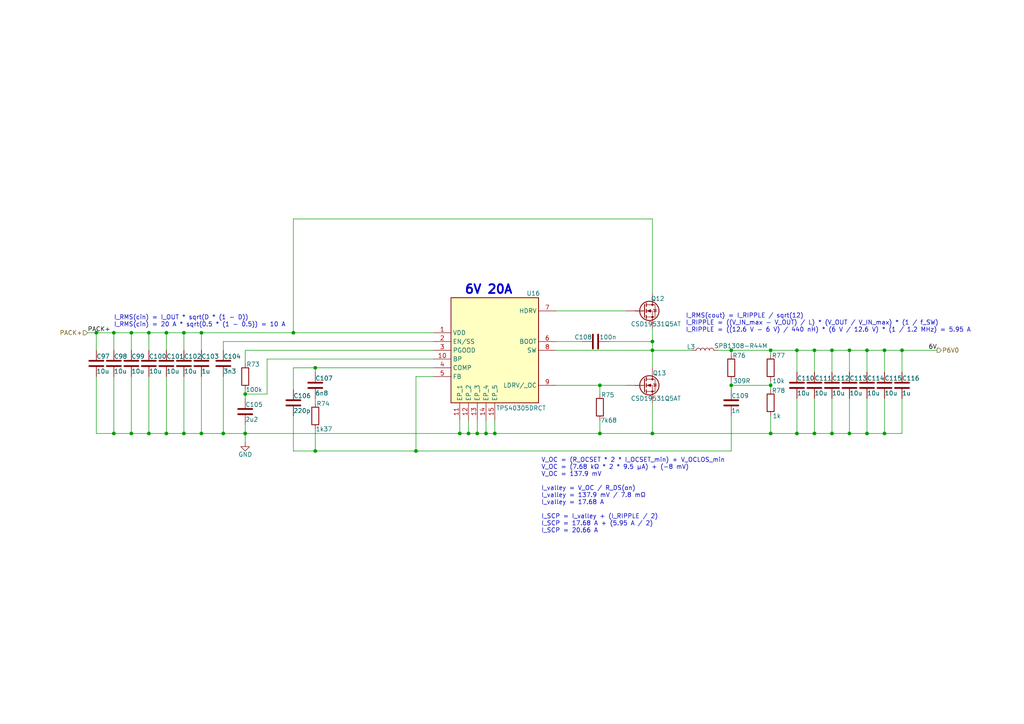
<source format=kicad_sch>
(kicad_sch (version 20250114) (generator "eeschema") (generator_version "9.0")
  (paper "A4")
  (lib_symbols
    (symbol "CSD19531Q5AT:CSD19531Q5AT" (pin_numbers (hide yes)) (pin_names (hide yes))
      (property "Reference" "Q" (at 21.59 7.62 0))
      (property "Value" "CSD19531Q5AT" (at 21.59 5.08 0))
      (symbol "CSD19531Q5AT_0_1"
        (polyline (pts (xy 15.494 3.175) (xy 15.494 -0.635)) (stroke (width 0.254)))
        (polyline (pts (xy 15.494 1.27) (xy 12.7 1.27)))
        (polyline (pts (xy 16.002 3.556) (xy 16.002 2.54)) (stroke (width 0.254)))
        (polyline (pts (xy 16.002 1.778) (xy 16.002 0.762)) (stroke (width 0.254)))
        (polyline (pts (xy 16.002 0) (xy 16.002 -1.016)) (stroke (width 0.254)))
        (polyline (pts (xy 16.002 -0.508) (xy 18.542 -0.508) (xy 18.542 3.048) (xy 16.002 3.048)))
        (polyline (pts (xy 16.256 1.27) (xy 17.272 1.651) (xy 17.272 0.889) (xy 16.256 1.27)) (fill (type outline)))
        (circle (center 16.891 1.27) (radius 2.794) (stroke (width 0.254)))
        (polyline (pts (xy 17.78 3.81) (xy 17.78 3.048)))
        (circle (center 17.78 3.048) (radius 0.254) (fill (type outline)))
        (circle (center 17.78 -0.508) (radius 0.254) (fill (type outline)))
        (polyline (pts (xy 17.78 -1.27) (xy 17.78 1.27) (xy 16.002 1.27)))
        (polyline (pts (xy 18.034 1.778) (xy 18.161 1.651) (xy 18.923 1.651) (xy 19.05 1.524)))
        (polyline (pts (xy 18.542 1.651) (xy 18.161 1.016) (xy 18.923 1.016) (xy 18.542 1.651)))
      )
      (symbol "CSD19531Q5AT_1_1"
        (pin input line (at 10.16 1.27 0) (length 5.08) (name "G") (number "4"))
        (pin passive line (at 17.78 6.35 270) (length 2.54) (name "D") (number "5"))
        (pin passive line (at 17.78 6.35 270) (length 2.54) (hide yes) (name "D") (number "6"))
        (pin passive line (at 17.78 6.35 270) (length 2.54) (hide yes) (name "D") (number "7"))
        (pin passive line (at 17.78 6.35 270) (length 2.54) (hide yes) (name "D") (number "8"))
        (pin passive line (at 17.78 6.35 270) (length 2.54) (hide yes) (name "D") (number "9"))
        (pin passive line (at 17.78 -3.81 90) (length 2.54) (name "S") (number "1"))
        (pin passive line (at 17.78 -3.81 90) (length 2.54) (hide yes) (name "S") (number "2"))
        (pin passive line (at 17.78 -3.81 90) (length 2.54) (hide yes) (name "S") (number "3"))
      )
    )
    (symbol "Device:C" (pin_numbers (hide yes)) (pin_names (offset 0.254))
      (property "Reference" "C" (at 0.635 2.54 0))
      (property "Value" "C" (at 0.635 -2.54 0))
      (symbol "C_0_1"
        (polyline (pts (xy -2.032 0.762) (xy 2.032 0.762)) (stroke (width 0.508)))
        (polyline (pts (xy -2.032 -0.762) (xy 2.032 -0.762)) (stroke (width 0.508)))
      )
      (symbol "C_1_1"
        (pin passive line (at 0 3.81 270) (length 2.794) (name "~") (number "1"))
        (pin passive line (at 0 -3.81 90) (length 2.794) (name "~") (number "2"))
      )
    )
    (symbol "Device:L" (pin_numbers (hide yes)) (pin_names (offset 1.016) (hide yes))
      (property "Reference" "L" (at -1.27 0 90))
      (property "Value" "L" (at 1.905 0 90))
      (symbol "L_0_1"
        (arc (start 0 2.54) (mid 0.6323 1.905) (end 0 1.27))
        (arc (start 0 1.27) (mid 0.6323 0.635) (end 0 0))
        (arc (start 0 0) (mid 0.6323 -0.635) (end 0 -1.27))
        (arc (start 0 -1.27) (mid 0.6323 -1.905) (end 0 -2.54))
      )
      (symbol "L_1_1"
        (pin passive line (at 0 3.81 270) (length 1.27) (name "1") (number "1"))
        (pin passive line (at 0 -3.81 90) (length 1.27) (name "2") (number "2"))
      )
    )
    (symbol "Device:R" (pin_numbers (hide yes)) (pin_names (offset 0))
      (property "Reference" "R" (at 2.032 0 90))
      (property "Value" "R" (at 0 0 90))
      (symbol "R_0_1"
        (rectangle (start -1.016 -2.54) (end 1.016 2.54) (stroke (width 0.254)))
      )
      (symbol "R_1_1"
        (pin passive line (at 0 3.81 270) (length 1.27) (name "~") (number "1"))
        (pin passive line (at 0 -3.81 90) (length 1.27) (name "~") (number "2"))
      )
    )
    (symbol "TPS40305DRCT:TPS40305DRCT"
      (property "Reference" "U" (at 31.75 15.24 0))
      (property "Value" "TPS40305DRCT" (at 31.75 12.7 0))
      (symbol "TPS40305DRCT_1_1"
        (rectangle (start 5.08 10.16) (end 30.48 -20.32) (stroke (width 0.254)) (fill (type background)))
        (pin passive line (at 0 0 0) (length 5.08) (name "VDD") (number "1"))
        (pin passive line (at 0 -2.54 0) (length 5.08) (name "EN/SS") (number "2"))
        (pin passive line (at 0 -5.08 0) (length 5.08) (name "PGOOD") (number "3"))
        (pin passive line (at 0 -7.62 0) (length 5.08) (name "BP") (number "10"))
        (pin passive line (at 0 -10.16 0) (length 5.08) (name "COMP") (number "4"))
        (pin passive line (at 0 -12.7 0) (length 5.08) (name "FB") (number "5"))
        (pin passive line (at 7.62 -25.4 90) (length 5.08) (name "EP_1") (number "11"))
        (pin passive line (at 10.16 -25.4 90) (length 5.08) (name "EP_2") (number "12"))
        (pin passive line (at 12.7 -25.4 90) (length 5.08) (name "EP_3") (number "13"))
        (pin passive line (at 15.24 -25.4 90) (length 5.08) (name "EP_4") (number "14"))
        (pin passive line (at 17.78 -25.4 90) (length 5.08) (name "EP_5") (number "15"))
        (pin passive line (at 35.56 6.35 180) (length 5.08) (name "HDRV") (number "7"))
        (pin passive line (at 35.56 -2.54 180) (length 5.08) (name "BOOT") (number "6"))
        (pin passive line (at 35.56 -5.08 180) (length 5.08) (name "SW") (number "8"))
        (pin passive line (at 35.56 -15.24 180) (length 5.08) (name "LDRV/_OC") (number "9"))
      )
    )
    (symbol "power:GND" (power) (pin_numbers (hide yes)) (pin_names (offset 0) (hide yes))
      (property "Value" "GND" (at 0 -3.81 0))
      (symbol "GND_0_1"
        (polyline (pts (xy 0 0) (xy 0 -1.27) (xy 1.27 -1.27) (xy 0 -2.54) (xy -1.27 -1.27) (xy 0 -1.27)))
      )
      (symbol "GND_1_1"
        (pin power_in line (at 0 0 270) (length 0) (name "~") (number "1"))
      )
    )
  )
  (text "V_OC = (R_OCSET * 2 * I_OCSET_min) + V_OCLOS_min\nV_OC = (7.68 kΩ * 2 * 9.5 µA) + (-8 mV)\nV_OC = 137.9 mV\n\nI_valley = V_OC / R_DS(on)\nI_valley = 137.9 mV / 7.8 mΩ\nI_valley = 17.68 A\n\nI_SCP = I_valley + (I_RIPPLE / 2)\nI_SCP = 17.68 A + (5.95 A / 2)\nI_SCP = 20.66 A" (at 156.972 143.764 0) (effects (font (size 1.27 1.27)) (justify left)))
  (text "6V 20A" (at 141.732 84.074 0) (effects (font (size 2.54 2.54) (thickness 0.508) (bold yes))))
  (text "I_RMS(cin) = I_OUT * sqrt(D * (1 - D))\nI_RMS(cin) = 20 A * sqrt(0.5 * (1 - 0.5)) = 10 A" (at 33.02 93.218 0) (effects (font (size 1.27 1.27)) (justify left)))
  (text "I_RMS(cout) = I_RIPPLE / sqrt(12)\nI_RIPPLE = ((V_IN_max - V_OUT) / L) * (V_OUT / V_IN_max) * (1 / f_SW)\nI_RIPPLE = ((12.6 V - 6 V) / 440 nH) * (6 V / 12.6 V) * (1 / 1.2 MHz) = 5.95 A" (at 198.882 93.726 0) (effects (font (size 1.27 1.27)) (justify left)))
  (junction (at 246.38 101.6))
  (junction (at 231.14 101.6))
  (junction (at 91.44 130.81))
  (junction (at 256.54 101.6))
  (junction (at 33.02 96.52))
  (junction (at 33.02 125.73))
  (junction (at 91.44 106.68))
  (junction (at 236.22 101.6))
  (junction (at 223.52 111.76))
  (junction (at 223.52 125.73))
  (junction (at 38.1 125.73))
  (junction (at 143.51 125.73))
  (junction (at 236.22 125.73))
  (junction (at 43.18 96.52))
  (junction (at 231.14 125.73))
  (junction (at 251.46 125.73))
  (junction (at 138.43 125.73))
  (junction (at 223.52 101.6))
  (junction (at 38.1 96.52))
  (junction (at 64.77 125.73))
  (junction (at 27.94 96.52))
  (junction (at 212.09 101.6))
  (junction (at 261.62 101.6))
  (junction (at 173.99 125.73))
  (junction (at 246.38 125.73))
  (junction (at 48.26 125.73))
  (junction (at 251.46 101.6))
  (junction (at 241.3 101.6))
  (junction (at 71.12 125.73))
  (junction (at 212.09 111.76))
  (junction (at 256.54 125.73))
  (junction (at 241.3 125.73))
  (junction (at 135.89 125.73))
  (junction (at 140.97 125.73))
  (junction (at 53.34 125.73))
  (junction (at 189.23 99.06))
  (junction (at 43.18 125.73))
  (junction (at 71.12 114.3))
  (junction (at 58.42 125.73))
  (junction (at 173.99 111.76))
  (junction (at 189.23 101.6))
  (junction (at 48.26 96.52))
  (junction (at 133.35 125.73))
  (junction (at 85.09 96.52))
  (junction (at 120.65 130.81))
  (junction (at 53.34 96.52))
  (junction (at 189.23 125.73))
  (junction (at 58.42 96.52))
  (wire (pts (xy 48.26 125.73) (xy 53.34 125.73)))
  (wire (pts (xy 256.54 115.57) (xy 256.54 125.73)))
  (wire (pts (xy 27.94 109.22) (xy 27.94 125.73)))
  (wire (pts (xy 85.09 96.52) (xy 125.73 96.52)))
  (wire (pts (xy 231.14 125.73) (xy 236.22 125.73)))
  (wire (pts (xy 85.09 106.68) (xy 91.44 106.68)))
  (wire (pts (xy 91.44 130.81) (xy 120.65 130.81)))
  (wire (pts (xy 71.12 125.73) (xy 71.12 128.27)))
  (wire (pts (xy 212.09 111.76) (xy 212.09 113.03)))
  (wire (pts (xy 53.34 125.73) (xy 58.42 125.73)))
  (wire (pts (xy 256.54 125.73) (xy 261.62 125.73)))
  (wire (pts (xy 120.65 109.22) (xy 125.73 109.22)))
  (wire (pts (xy 246.38 115.57) (xy 246.38 125.73)))
  (wire (pts (xy 71.12 101.6) (xy 125.73 101.6)))
  (wire (pts (xy 58.42 96.52) (xy 85.09 96.52)))
  (wire (pts (xy 236.22 115.57) (xy 236.22 125.73)))
  (wire (pts (xy 33.02 125.73) (xy 38.1 125.73)))
  (wire (pts (xy 53.34 96.52) (xy 53.34 101.6)))
  (wire (pts (xy 85.09 130.81) (xy 91.44 130.81)))
  (wire (pts (xy 58.42 96.52) (xy 58.42 101.6)))
  (wire (pts (xy 246.38 101.6) (xy 246.38 107.95)))
  (wire (pts (xy 241.3 101.6) (xy 241.3 107.95)))
  (wire (pts (xy 261.62 115.57) (xy 261.62 125.73)))
  (wire (pts (xy 223.52 125.73) (xy 231.14 125.73)))
  (wire (pts (xy 246.38 125.73) (xy 251.46 125.73)))
  (wire (pts (xy 71.12 114.3) (xy 71.12 115.57)))
  (wire (pts (xy 256.54 101.6) (xy 256.54 107.95)))
  (wire (pts (xy 38.1 125.73) (xy 43.18 125.73)))
  (wire (pts (xy 138.43 125.73) (xy 140.97 125.73)))
  (wire (pts (xy 189.23 99.06) (xy 189.23 101.6)))
  (wire (pts (xy 91.44 124.46) (xy 91.44 130.81)))
  (wire (pts (xy 120.65 109.22) (xy 120.65 130.81)))
  (wire (pts (xy 256.54 101.6) (xy 261.62 101.6)))
  (wire (pts (xy 43.18 125.73) (xy 48.26 125.73)))
  (wire (pts (xy 143.51 125.73) (xy 173.99 125.73)))
  (wire (pts (xy 173.99 125.73) (xy 189.23 125.73)))
  (wire (pts (xy 140.97 121.92) (xy 140.97 125.73)))
  (wire (pts (xy 33.02 96.52) (xy 38.1 96.52)))
  (wire (pts (xy 212.09 101.6) (xy 212.09 102.87)))
  (wire (pts (xy 64.77 125.73) (xy 71.12 125.73)))
  (wire (pts (xy 261.62 101.6) (xy 261.62 107.95)))
  (wire (pts (xy 231.14 101.6) (xy 231.14 107.95)))
  (wire (pts (xy 85.09 106.68) (xy 85.09 113.03)))
  (wire (pts (xy 58.42 109.22) (xy 58.42 125.73)))
  (wire (pts (xy 71.12 114.3) (xy 77.47 114.3)))
  (wire (pts (xy 38.1 109.22) (xy 38.1 125.73)))
  (wire (pts (xy 212.09 111.76) (xy 223.52 111.76)))
  (wire (pts (xy 176.53 99.06) (xy 189.23 99.06)))
  (wire (pts (xy 48.26 96.52) (xy 53.34 96.52)))
  (wire (pts (xy 91.44 106.68) (xy 91.44 107.95)))
  (wire (pts (xy 58.42 125.73) (xy 64.77 125.73)))
  (wire (pts (xy 223.52 101.6) (xy 223.52 102.87)))
  (wire (pts (xy 236.22 101.6) (xy 236.22 107.95)))
  (wire (pts (xy 161.29 101.6) (xy 189.23 101.6)))
  (wire (pts (xy 64.77 99.06) (xy 125.73 99.06)))
  (wire (pts (xy 251.46 125.73) (xy 256.54 125.73)))
  (wire (pts (xy 189.23 63.5) (xy 189.23 85.09)))
  (wire (pts (xy 173.99 121.92) (xy 173.99 125.73)))
  (wire (pts (xy 212.09 120.65) (xy 212.09 130.81)))
  (wire (pts (xy 231.14 115.57) (xy 231.14 125.73)))
  (wire (pts (xy 48.26 96.52) (xy 48.26 101.6)))
  (wire (pts (xy 43.18 109.22) (xy 43.18 125.73)))
  (wire (pts (xy 261.62 101.6) (xy 271.78 101.6)))
  (wire (pts (xy 53.34 109.22) (xy 53.34 125.73)))
  (wire (pts (xy 71.12 101.6) (xy 71.12 105.41)))
  (wire (pts (xy 27.94 125.73) (xy 33.02 125.73)))
  (wire (pts (xy 140.97 125.73) (xy 143.51 125.73)))
  (wire (pts (xy 189.23 125.73) (xy 223.52 125.73)))
  (wire (pts (xy 77.47 104.14) (xy 77.47 114.3)))
  (wire (pts (xy 212.09 110.49) (xy 212.09 111.76)))
  (wire (pts (xy 120.65 130.81) (xy 212.09 130.81)))
  (wire (pts (xy 33.02 96.52) (xy 33.02 101.6)))
  (wire (pts (xy 85.09 63.5) (xy 189.23 63.5)))
  (wire (pts (xy 251.46 101.6) (xy 256.54 101.6)))
  (wire (pts (xy 161.29 99.06) (xy 168.91 99.06)))
  (wire (pts (xy 236.22 101.6) (xy 241.3 101.6)))
  (wire (pts (xy 43.18 96.52) (xy 48.26 96.52)))
  (wire (pts (xy 251.46 101.6) (xy 251.46 107.95)))
  (wire (pts (xy 25.4 96.52) (xy 27.94 96.52)))
  (wire (pts (xy 223.52 101.6) (xy 231.14 101.6)))
  (wire (pts (xy 231.14 101.6) (xy 236.22 101.6)))
  (wire (pts (xy 38.1 96.52) (xy 43.18 96.52)))
  (wire (pts (xy 64.77 109.22) (xy 64.77 125.73)))
  (wire (pts (xy 223.52 120.65) (xy 223.52 125.73)))
  (wire (pts (xy 241.3 125.73) (xy 246.38 125.73)))
  (wire (pts (xy 133.35 125.73) (xy 135.89 125.73)))
  (wire (pts (xy 85.09 120.65) (xy 85.09 130.81)))
  (wire (pts (xy 38.1 96.52) (xy 38.1 101.6)))
  (wire (pts (xy 236.22 125.73) (xy 241.3 125.73)))
  (wire (pts (xy 85.09 63.5) (xy 85.09 96.52)))
  (wire (pts (xy 189.23 95.25) (xy 189.23 99.06)))
  (wire (pts (xy 143.51 121.92) (xy 143.51 125.73)))
  (wire (pts (xy 53.34 96.52) (xy 58.42 96.52)))
  (wire (pts (xy 71.12 123.19) (xy 71.12 125.73)))
  (wire (pts (xy 161.29 90.17) (xy 181.61 90.17)))
  (wire (pts (xy 251.46 115.57) (xy 251.46 125.73)))
  (wire (pts (xy 173.99 111.76) (xy 181.61 111.76)))
  (wire (pts (xy 135.89 121.92) (xy 135.89 125.73)))
  (wire (pts (xy 208.28 101.6) (xy 212.09 101.6)))
  (wire (pts (xy 27.94 96.52) (xy 27.94 101.6)))
  (wire (pts (xy 43.18 96.52) (xy 43.18 101.6)))
  (wire (pts (xy 189.23 101.6) (xy 200.66 101.6)))
  (wire (pts (xy 91.44 115.57) (xy 91.44 116.84)))
  (wire (pts (xy 27.94 96.52) (xy 33.02 96.52)))
  (wire (pts (xy 71.12 113.03) (xy 71.12 114.3)))
  (wire (pts (xy 189.23 101.6) (xy 189.23 106.68)))
  (wire (pts (xy 133.35 121.92) (xy 133.35 125.73)))
  (wire (pts (xy 241.3 115.57) (xy 241.3 125.73)))
  (wire (pts (xy 48.26 109.22) (xy 48.26 125.73)))
  (wire (pts (xy 91.44 106.68) (xy 125.73 106.68)))
  (wire (pts (xy 246.38 101.6) (xy 251.46 101.6)))
  (wire (pts (xy 223.52 110.49) (xy 223.52 111.76)))
  (wire (pts (xy 161.29 111.76) (xy 173.99 111.76)))
  (wire (pts (xy 138.43 121.92) (xy 138.43 125.73)))
  (wire (pts (xy 173.99 111.76) (xy 173.99 114.3)))
  (wire (pts (xy 189.23 116.84) (xy 189.23 125.73)))
  (wire (pts (xy 33.02 109.22) (xy 33.02 125.73)))
  (wire (pts (xy 223.52 111.76) (xy 223.52 113.03)))
  (wire (pts (xy 135.89 125.73) (xy 138.43 125.73)))
  (wire (pts (xy 241.3 101.6) (xy 246.38 101.6)))
  (wire (pts (xy 77.47 104.14) (xy 125.73 104.14)))
  (wire (pts (xy 64.77 99.06) (xy 64.77 101.6)))
  (wire (pts (xy 71.12 125.73) (xy 133.35 125.73)))
  (wire (pts (xy 212.09 101.6) (xy 223.52 101.6)))
  (label "6V" (at 271.78 101.6 180) (effects (font (thickness 0.1588))))
  (label "PACK+" (at 25.4 96.52 0))
  (hierarchical_label "P6V0" (shape output) (at 271.78 101.6 0))
  (hierarchical_label "PACK+" (shape input) (at 25.4 96.52 180))
  (symbol (lib_id "Device:C") (at 48.26 105.41 0) (unit 1) (on_board no)
    (property "Reference" "C101" (at 48.26 103.378 0) (effects (justify left)))
    (property "Value" "10u" (at 48.26 107.696 0) (effects (justify left)))
    (property "Footprint" "Capacitor_SMD:C_0603_1608Metric_Pad1.08x0.95mm_HandSolder" (effects (hide yes)))
    (property "Description" "Unpolarized capacitor" (effects (hide yes)))
  )
  (symbol (lib_id "Device:R") (at 71.12 109.22 180) (unit 1) (on_board no)
    (property "Reference" "R73" (at 73.406 105.664 0))
    (property "Value" "100k" (at 73.66 113.03 0))
    (property "Footprint" "Resistor_SMD:R_0603_1608Metric_Pad0.98x0.95mm_HandSolder" (effects (hide yes)))
    (property "Description" "Resistor" (effects (hide yes)))
    (property "DigiKey Link" "https://www.digikey.com/short/fm0tww77" (effects (hide yes)))
    (property "DigiKey Part Number" "311-100KLECT-ND" (effects (hide yes)))
    (property "Manufactaurer Part Number" "AC0603JR-07100KL" (effects (hide yes)))
    (property "Mouser Link" "https://mou.sr/42xldY2" (effects (hide yes)))
    (property "Mouser Part Number" "603-AC0603JR-07100KL" (effects (hide yes)))
    (property "Mouser Price per Unit" "0.10" (effects (hide yes)))
    (property "DigiKey Price per Unit" "0.10" (effects (hide yes)))
  )
  (symbol (lib_id "CSD19531Q5AT:CSD19531Q5AT") (at 171.45 113.03 0) (unit 1) (on_board no)
    (property "Reference" "Q13" (at 191.262 108.204 0))
    (property "Value" "CSD19531Q5AT" (at 190.246 115.57 0))
    (property "Footprint" "CSD19531Q5AT:CSD19531Q5AT" (effects (hide yes)))
    (property "Datasheet" "http://www.ti.com/general/docs/lit/getliterature.tsp?genericPartNumber=CSD19531Q5A&&fileType=pdf" (effects (hide yes)))
    (property "Description" "Texas Instruments CSD19531Q5AT N-channel MOSFET Transistor, 110 A, 100 V, 8-Pin VSON" (effects (hide yes)))
    (property "Height" "1" (effects (hide yes)))
    (property "Mouser Part Number" "595-CSD19531Q5AT" (effects (hide yes)))
    (property "Mouser Price/Stock" "https://www.mouser.co.uk/ProductDetail/Texas-Instruments/CSD19531Q5AT?qs=hNud%2FORuBR3qbguRykIRFQ%3D%3D" (effects (hide yes)))
    (property "Manufacturer_Name" "Texas Instruments" (effects (hide yes)))
    (property "DigiKey Link" "https://www.digikey.com/short/jj3c34th" (effects (hide yes)))
    (property "DigiKey Price per Unit" "3.15" (effects (hide yes)))
    (property "Manufactaurer Part Number" "CSD19531Q5AT" (effects (hide yes)))
    (property "Mouser Link" "https://mou.sr/4mgdEMD" (effects (hide yes)))
    (property "Mouser Price per Unit" "3.21" (effects (hide yes)))
  )
  (symbol (lib_id "Device:C") (at 251.46 111.76 0) (unit 1) (on_board no)
    (property "Reference" "C114" (at 251.46 109.728 0) (effects (justify left)))
    (property "Value" "10u" (at 251.46 114.046 0) (effects (justify left)))
    (property "Footprint" "Capacitor_SMD:C_0603_1608Metric_Pad1.08x0.95mm_HandSolder" (effects (hide yes)))
    (property "Description" "Unpolarized capacitor" (effects (hide yes)))
  )
  (symbol (lib_id "Device:C") (at 27.94 105.41 0) (unit 1) (on_board no)
    (property "Reference" "C97" (at 27.94 103.378 0) (effects (justify left)))
    (property "Value" "10u" (at 27.94 107.696 0) (effects (justify left)))
    (property "Footprint" "Capacitor_SMD:C_0603_1608Metric_Pad1.08x0.95mm_HandSolder" (effects (hide yes)))
    (property "Description" "Unpolarized capacitor" (effects (hide yes)))
  )
  (symbol (lib_id "Device:C") (at 43.18 105.41 0) (unit 1) (on_board no)
    (property "Reference" "C100" (at 43.18 103.378 0) (effects (justify left)))
    (property "Value" "10u" (at 43.18 107.696 0) (effects (justify left)))
    (property "Footprint" "Capacitor_SMD:C_0603_1608Metric_Pad1.08x0.95mm_HandSolder" (effects (hide yes)))
    (property "Description" "Unpolarized capacitor" (effects (hide yes)))
  )
  (symbol (lib_id "Device:C") (at 91.44 111.76 0) (unit 1) (on_board no)
    (property "Reference" "C107" (at 91.44 109.728 0) (effects (justify left)))
    (property "Value" "6n8" (at 91.44 114.046 0) (effects (justify left)))
    (property "Footprint" "Capacitor_SMD:C_0603_1608Metric_Pad1.08x0.95mm_HandSolder" (effects (hide yes)))
    (property "Description" "Unpolarized capacitor" (effects (hide yes)))
  )
  (symbol (lib_id "Device:C") (at 38.1 105.41 0) (unit 1) (on_board no)
    (property "Reference" "C99" (at 38.1 103.378 0) (effects (justify left)))
    (property "Value" "10u" (at 38.1 107.696 0) (effects (justify left)))
    (property "Footprint" "Capacitor_SMD:C_0603_1608Metric_Pad1.08x0.95mm_HandSolder" (effects (hide yes)))
    (property "Description" "Unpolarized capacitor" (effects (hide yes)))
  )
  (symbol (lib_id "Device:C") (at 71.12 119.38 0) (unit 1) (on_board no)
    (property "Reference" "C105" (at 71.12 117.348 0) (effects (justify left)))
    (property "Value" "2u2" (at 71.12 121.666 0) (effects (justify left)))
    (property "Footprint" "Capacitor_SMD:C_0603_1608Metric_Pad1.08x0.95mm_HandSolder" (effects (hide yes)))
    (property "Description" "Unpolarized capacitor" (effects (hide yes)))
  )
  (symbol (lib_id "Device:R") (at 173.99 118.11 180) (unit 1) (on_board no)
    (property "Reference" "R75" (at 176.276 114.554 0))
    (property "Value" "7k68" (at 176.53 121.92 0))
    (property "Footprint" "Resistor_SMD:R_0603_1608Metric_Pad0.98x0.95mm_HandSolder" (effects (hide yes)))
    (property "Description" "Resistor" (effects (hide yes)))
    (property "DigiKey Link" "https://www.digikey.com/short/z53721ph" (effects (hide yes)))
    (property "Manufactaurer Part Number" "RT0603FRE077K68L" (effects (hide yes)))
    (property "Mouser Link" "https://mou.sr/4pmZ9Jx" (effects (hide yes)))
    (property "Mouser Part Number" "603-RT0603FRE077K68L" (effects (hide yes)))
    (property "Mouser Price per Unit" "0.10" (effects (hide yes)))
    (property "DigiKey Price per Unit" "0.10" (effects (hide yes)))
  )
  (symbol (lib_id "Device:C") (at 212.09 116.84 0) (unit 1) (on_board no)
    (property "Reference" "C109" (at 212.09 114.808 0) (effects (justify left)))
    (property "Value" "1n" (at 212.09 119.126 0) (effects (justify left)))
    (property "Footprint" "Capacitor_SMD:C_0603_1608Metric_Pad1.08x0.95mm_HandSolder" (effects (hide yes)))
    (property "Description" "Unpolarized capacitor" (effects (hide yes)))
  )
  (symbol (lib_id "Device:R") (at 91.44 120.65 180) (unit 1) (on_board no)
    (property "Reference" "R74" (at 93.726 117.094 0))
    (property "Value" "1k37" (at 93.98 124.46 0))
    (property "Footprint" "Resistor_SMD:R_0603_1608Metric_Pad0.98x0.95mm_HandSolder" (effects (hide yes)))
    (property "Description" "Resistor" (effects (hide yes)))
    (property "DigiKey Link" "https://www.digikey.com/short/9894ptm2" (effects (hide yes)))
    (property "Manufactaurer Part Number" "RT0603DRE071K37L " (effects (hide yes)))
    (property "Mouser Link" "https://mou.sr/3IjcfqA" (effects (hide yes)))
    (property "Mouser Part Number" "603-RT0603DRE071K37L" (effects (hide yes)))
    (property "Mouser Price per Unit" "0.10" (effects (hide yes)))
    (property "DigiKey Price per Unit" "0.10" (effects (hide yes)))
  )
  (symbol (lib_id "Device:C") (at 64.77 105.41 0) (unit 1) (on_board no)
    (property "Reference" "C104" (at 64.77 103.378 0) (effects (justify left)))
    (property "Value" "3n3" (at 64.77 107.696 0) (effects (justify left)))
    (property "Footprint" "Capacitor_SMD:C_0603_1608Metric_Pad1.08x0.95mm_HandSolder" (effects (hide yes)))
    (property "Description" "Unpolarized capacitor" (effects (hide yes)))
  )
  (symbol (lib_id "Device:C") (at 256.54 111.76 0) (unit 1) (on_board no)
    (property "Reference" "C115" (at 256.54 109.728 0) (effects (justify left)))
    (property "Value" "10u" (at 256.54 114.046 0) (effects (justify left)))
    (property "Footprint" "Capacitor_SMD:C_0603_1608Metric_Pad1.08x0.95mm_HandSolder" (effects (hide yes)))
    (property "Description" "Unpolarized capacitor" (effects (hide yes)))
  )
  (symbol (lib_id "Device:C") (at 241.3 111.76 0) (unit 1) (on_board no)
    (property "Reference" "C112" (at 241.3 109.728 0) (effects (justify left)))
    (property "Value" "10u" (at 241.3 114.046 0) (effects (justify left)))
    (property "Footprint" "Capacitor_SMD:C_0603_1608Metric_Pad1.08x0.95mm_HandSolder" (effects (hide yes)))
    (property "Description" "Unpolarized capacitor" (effects (hide yes)))
  )
  (symbol (lib_id "Device:C") (at 231.14 111.76 0) (unit 1) (on_board no)
    (property "Reference" "C110" (at 231.14 109.728 0) (effects (justify left)))
    (property "Value" "10u" (at 231.14 114.046 0) (effects (justify left)))
    (property "Footprint" "Capacitor_SMD:C_0603_1608Metric_Pad1.08x0.95mm_HandSolder" (effects (hide yes)))
    (property "Description" "Unpolarized capacitor" (effects (hide yes)))
  )
  (symbol (lib_id "Device:C") (at 246.38 111.76 0) (unit 1) (on_board no)
    (property "Reference" "C113" (at 246.38 109.728 0) (effects (justify left)))
    (property "Value" "10u" (at 246.38 114.046 0) (effects (justify left)))
    (property "Footprint" "Capacitor_SMD:C_0603_1608Metric_Pad1.08x0.95mm_HandSolder" (effects (hide yes)))
    (property "Description" "Unpolarized capacitor" (effects (hide yes)))
  )
  (symbol (lib_id "Device:L") (at 204.47 101.6 90) (unit 1) (on_board no)
    (property "Reference" "L3" (at 200.406 100.584 90))
    (property "Value" "SPB1308-R44M" (at 214.884 100.33 90))
    (property "Footprint" "SPB1308-R44M:INDM135130X800N" (effects (hide yes)))
    (property "Description" "Inductor" (effects (hide yes)))
    (property "DigiKey Link" "https://www.digikey.com/short/qjzrmcqw" (effects (hide yes)))
    (property "DigiKey Price per Unit" "1.58" (effects (hide yes)))
    (property "Manufactaurer Part Number" "SPB1308-R44M" (effects (hide yes)))
    (property "Mouser Link" "https://mou.sr/3IkWG1C" (effects (hide yes)))
    (property "Mouser Part Number" "652-SPB1308-R44M" (effects (hide yes)))
    (property "Mouser Price per Unit" "1.89" (effects (hide yes)))
  )
  (symbol (lib_id "TPS40305DRCT:TPS40305DRCT") (at 125.73 96.52 0) (unit 1) (on_board no)
    (property "Reference" "U16" (at 154.686 85.09 0))
    (property "Value" "TPS40305DRCT" (at 151.13 118.364 0))
    (property "Footprint" "TPS40305DRCT:TPS40305DRCT" (effects (hide yes)))
    (property "Datasheet" "https://www.ti.com/lit/gpn/tps40305?HQS=ti-null-null-sf-df-pf-sep-wwe&DCM=yes?hkey=EF798316E3902B6ED9A73243A3159BB0" (effects (hide yes)))
    (property "Description" "3-20V Synchronous Buck Controller VSON10" (effects (hide yes)))
    (property "Height" "1" (effects (hide yes)))
    (property "Mouser Part Number" "595-TPS40305DRCT" (effects (hide yes)))
    (property "Mouser Price/Stock" "https://www.mouser.co.uk/ProductDetail/Texas-Instruments/TPS40305DRCT?qs=%2Fqzd9s%252BcLd6HGzrp6N31Wg%3D%3D" (effects (hide yes)))
    (property "Manufacturer_Name" "Texas Instruments" (effects (hide yes)))
    (property "DigiKey Link" "https://www.digikey.com/short/zd2zm3zm" (effects (hide yes)))
    (property "Manufactaurer Part Number" "TPS40305DRCT" (effects (hide yes)))
    (property "Mouser Link" "https://mou.sr/4dYeVVm" (effects (hide yes)))
    (property "Mouser Price per Unit" "2.68" (effects (hide yes)))
    (property "DigiKey Price per Unit" "2.68" (effects (hide yes)))
  )
  (symbol (lib_id "Device:C") (at 261.62 111.76 0) (unit 1) (on_board no)
    (property "Reference" "C116" (at 261.62 109.728 0) (effects (justify left)))
    (property "Value" "1u" (at 261.62 114.046 0) (effects (justify left)))
    (property "Footprint" "Capacitor_SMD:C_0603_1608Metric_Pad1.08x0.95mm_HandSolder" (effects (hide yes)))
    (property "Description" "Unpolarized capacitor" (effects (hide yes)))
  )
  (symbol (lib_id "CSD19531Q5AT:CSD19531Q5AT") (at 171.45 91.44 0) (unit 1) (on_board no)
    (property "Reference" "Q12" (at 190.754 86.614 0))
    (property "Value" "CSD19531Q5AT" (at 190.246 93.98 0))
    (property "Footprint" "CSD19531Q5AT:CSD19531Q5AT" (effects (hide yes)))
    (property "Datasheet" "http://www.ti.com/general/docs/lit/getliterature.tsp?genericPartNumber=CSD19531Q5A&&fileType=pdf" (effects (hide yes)))
    (property "Description" "Texas Instruments CSD19531Q5AT N-channel MOSFET Transistor, 110 A, 100 V, 8-Pin VSON" (effects (hide yes)))
    (property "Height" "1" (effects (hide yes)))
    (property "Mouser Part Number" "595-CSD19531Q5AT" (effects (hide yes)))
    (property "Mouser Price/Stock" "https://www.mouser.co.uk/ProductDetail/Texas-Instruments/CSD19531Q5AT?qs=hNud%2FORuBR3qbguRykIRFQ%3D%3D" (effects (hide yes)))
    (property "Manufacturer_Name" "Texas Instruments" (effects (hide yes)))
    (property "DigiKey Link" "https://www.digikey.com/short/jj3c34th" (effects (hide yes)))
    (property "DigiKey Price per Unit" "3.15" (effects (hide yes)))
    (property "Manufactaurer Part Number" "CSD19531Q5AT" (effects (hide yes)))
    (property "Mouser Link" "https://mou.sr/4mgdEMD" (effects (hide yes)))
    (property "Mouser Price per Unit" "3.21" (effects (hide yes)))
  )
  (symbol (lib_id "Device:C") (at 58.42 105.41 0) (unit 1) (on_board no)
    (property "Reference" "C103" (at 58.42 103.378 0) (effects (justify left)))
    (property "Value" "1u" (at 58.42 107.696 0) (effects (justify left)))
    (property "Footprint" "Capacitor_SMD:C_0603_1608Metric_Pad1.08x0.95mm_HandSolder" (effects (hide yes)))
    (property "Description" "Unpolarized capacitor" (effects (hide yes)))
  )
  (symbol (lib_id "power:GND") (at 71.12 128.27 0) (mirror y) (unit 1) (on_board no)
    (property "Reference" "#PWR061" (effects (hide yes)))
    (property "Value" "GND" (at 69.088 131.826 0) (effects (justify right)))
    (property "Description" "Power symbol creates a global label with name \"GND\" , ground" (effects (hide yes)))
  )
  (symbol (lib_id "Device:R") (at 223.52 116.84 180) (unit 1) (on_board no)
    (property "Reference" "R78" (at 225.806 113.284 0))
    (property "Value" "1k" (at 225.298 120.65 0))
    (property "Footprint" "Resistor_SMD:R_0603_1608Metric_Pad0.98x0.95mm_HandSolder" (effects (hide yes)))
    (property "Description" "Resistor" (effects (hide yes)))
    (property "DigiKey Link" "https://www.digikey.com/short/3mtvv5hc" (effects (hide yes)))
    (property "DigiKey Part Number" "13-AC0603JR-131KLCT-ND" (effects (hide yes)))
    (property "Manufactaurer Part Number" "AC0603JR-131KL" (effects (hide yes)))
    (property "Mouser Link" "https://mou.sr/4nyAct5" (effects (hide yes)))
    (property "Mouser Part Number" "603-AC0603JR-131KL" (effects (hide yes)))
    (property "Mouser Price per Unit" "0.10" (effects (hide yes)))
    (property "DigiKey Price per Unit" "0.10" (effects (hide yes)))
  )
  (symbol (lib_id "Device:R") (at 223.52 106.68 180) (unit 1) (on_board no)
    (property "Reference" "R77" (at 225.806 103.124 0))
    (property "Value" "10k" (at 225.806 110.49 0))
    (property "Footprint" "Resistor_SMD:R_0603_1608Metric_Pad0.98x0.95mm_HandSolder" (effects (hide yes)))
    (property "Description" "Resistor" (effects (hide yes)))
    (property "DigiKey Link" "https://www.digikey.com/short/2f9q7213" (effects (hide yes)))
    (property "DigiKey Part Number" "YAG2313CT-ND" (effects (hide yes)))
    (property "Manufactaurer Part Number" "RT0603BRE0710KL" (effects (hide yes)))
    (property "Mouser Link" "https://mou.sr/3VPcUDd" (effects (hide yes)))
    (property "Mouser Part Number" "603-RT0603BRE0710KL" (effects (hide yes)))
    (property "Mouser Price per Unit" "0.10" (effects (hide yes)))
    (property "DigiKey Price per Unit" "0.14" (effects (hide yes)))
  )
  (symbol (lib_id "Device:C") (at 172.72 99.06 90) (unit 1) (on_board no)
    (property "Reference" "C108" (at 171.704 97.79 90) (effects (justify left)))
    (property "Value" "100n" (at 178.816 97.79 90) (effects (justify left)))
    (property "Footprint" "Capacitor_SMD:C_0603_1608Metric_Pad1.08x0.95mm_HandSolder" (effects (hide yes)))
    (property "Description" "Unpolarized capacitor" (effects (hide yes)))
    (property "DigiKey Link" "https://www.digikey.com/short/2nhzzz3n" (effects (hide yes)))
    (property "Manufactaurer Part Number" "CL10B104MB8NNNC" (effects (hide yes)))
    (property "Mouser Link" "https://mou.sr/3JWJm45" (effects (hide yes)))
    (property "Mouser Part Number" "187-CL10B104MB8NNNC " (effects (hide yes)))
    (property "Mouser Price per Unit" "0.10" (effects (hide yes)))
    (property "DigiKey Price per Unit" "0.08" (effects (hide yes)))
  )
  (symbol (lib_id "Device:R") (at 212.09 106.68 180) (unit 1) (on_board no)
    (property "Reference" "R76" (at 214.376 103.124 0))
    (property "Value" "309R" (at 215.138 110.49 0))
    (property "Footprint" "Resistor_SMD:R_0603_1608Metric_Pad0.98x0.95mm_HandSolder" (effects (hide yes)))
    (property "Description" "Resistor" (effects (hide yes)))
    (property "DigiKey Link" "https://www.digikey.com/short/3dpf4t73" (effects (hide yes)))
    (property "Manufactaurer Part Number" "ERA-3AEB3090V " (effects (hide yes)))
    (property "Mouser Link" "https://mou.sr/4mbJQRa" (effects (hide yes)))
    (property "Mouser Part Number" "667-ERA-3AEB3090V" (effects (hide yes)))
    (property "Mouser Price per Unit" "0.10" (effects (hide yes)))
    (property "DigiKey Price per Unit" "0.10" (effects (hide yes)))
  )
  (symbol (lib_id "Device:C") (at 85.09 116.84 0) (unit 1) (on_board no)
    (property "Reference" "C106" (at 85.09 114.808 0) (effects (justify left)))
    (property "Value" "220p" (at 85.09 119.126 0) (effects (justify left)))
    (property "Footprint" "Capacitor_SMD:C_0603_1608Metric_Pad1.08x0.95mm_HandSolder" (effects (hide yes)))
    (property "Description" "Unpolarized capacitor" (effects (hide yes)))
  )
  (symbol (lib_id "Device:C") (at 53.34 105.41 0) (unit 1) (on_board no)
    (property "Reference" "C102" (at 53.34 103.378 0) (effects (justify left)))
    (property "Value" "10u" (at 53.34 107.696 0) (effects (justify left)))
    (property "Footprint" "Capacitor_SMD:C_0603_1608Metric_Pad1.08x0.95mm_HandSolder" (effects (hide yes)))
    (property "Description" "Unpolarized capacitor" (effects (hide yes)))
  )
  (symbol (lib_id "Device:C") (at 236.22 111.76 0) (unit 1) (on_board no)
    (property "Reference" "C111" (at 236.22 109.728 0) (effects (justify left)))
    (property "Value" "10u" (at 236.22 114.046 0) (effects (justify left)))
    (property "Footprint" "Capacitor_SMD:C_0603_1608Metric_Pad1.08x0.95mm_HandSolder" (effects (hide yes)))
    (property "Description" "Unpolarized capacitor" (effects (hide yes)))
  )
  (symbol (lib_id "Device:C") (at 33.02 105.41 0) (unit 1) (on_board no)
    (property "Reference" "C98" (at 33.02 103.378 0) (effects (justify left)))
    (property "Value" "10u" (at 33.02 107.696 0) (effects (justify left)))
    (property "Footprint" "Capacitor_SMD:C_0603_1608Metric_Pad1.08x0.95mm_HandSolder" (effects (hide yes)))
    (property "Description" "Unpolarized capacitor" (effects (hide yes)))
  )
)
</source>
